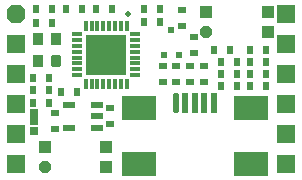
<source format=gts>
G04 Layer_Color=8388736*
%FSLAX44Y44*%
%MOMM*%
G71*
G01*
G75*
%ADD10R,0.9000X1.0000*%
G04:AMPARAMS|DCode=11|XSize=1mm|YSize=0.9mm|CornerRadius=0.225mm|HoleSize=0mm|Usage=FLASHONLY|Rotation=90.000|XOffset=0mm|YOffset=0mm|HoleType=Round|Shape=RoundedRectangle|*
%AMROUNDEDRECTD11*
21,1,1.0000,0.4500,0,0,90.0*
21,1,0.5500,0.9000,0,0,90.0*
1,1,0.4500,0.2250,0.2750*
1,1,0.4500,0.2250,-0.2750*
1,1,0.4500,-0.2250,-0.2750*
1,1,0.4500,-0.2250,0.2750*
%
%ADD11ROUNDEDRECTD11*%
%ADD12R,0.8000X0.7000*%
%ADD13R,0.8000X1.3500*%
%ADD14R,0.8000X0.6000*%
%ADD15R,3.0000X2.0000*%
G04:AMPARAMS|DCode=16|XSize=0.5mm|YSize=1.7mm|CornerRadius=0mm|HoleSize=0mm|Usage=FLASHONLY|Rotation=180.000|XOffset=0mm|YOffset=0mm|HoleType=Round|Shape=Octagon|*
%AMOCTAGOND16*
4,1,8,0.1250,-0.8500,-0.1250,-0.8500,-0.2500,-0.7250,-0.2500,0.7250,-0.1250,0.8500,0.1250,0.8500,0.2500,0.7250,0.2500,-0.7250,0.1250,-0.8500,0.0*
%
%ADD16OCTAGOND16*%

%ADD17R,0.5000X1.7000*%
%ADD18R,1.0000X1.0000*%
G04:AMPARAMS|DCode=19|XSize=1mm|YSize=1mm|CornerRadius=0mm|HoleSize=0mm|Usage=FLASHONLY|Rotation=90.000|XOffset=0mm|YOffset=0mm|HoleType=Round|Shape=Octagon|*
%AMOCTAGOND19*
4,1,8,0.2500,0.5000,-0.2500,0.5000,-0.5000,0.2500,-0.5000,-0.2500,-0.2500,-0.5000,0.2500,-0.5000,0.5000,-0.2500,0.5000,0.2500,0.2500,0.5000,0.0*
%
%ADD19OCTAGOND19*%

%ADD20R,0.6000X0.8000*%
%ADD21R,1.0000X0.6000*%
%ADD22R,3.4000X3.4000*%
G04:AMPARAMS|DCode=23|XSize=0.3mm|YSize=0.9mm|CornerRadius=0.075mm|HoleSize=0mm|Usage=FLASHONLY|Rotation=0.000|XOffset=0mm|YOffset=0mm|HoleType=Round|Shape=RoundedRectangle|*
%AMROUNDEDRECTD23*
21,1,0.3000,0.7500,0,0,0.0*
21,1,0.1500,0.9000,0,0,0.0*
1,1,0.1500,0.0750,-0.3750*
1,1,0.1500,-0.0750,-0.3750*
1,1,0.1500,-0.0750,0.3750*
1,1,0.1500,0.0750,0.3750*
%
%ADD23ROUNDEDRECTD23*%
G04:AMPARAMS|DCode=24|XSize=0.3mm|YSize=0.9mm|CornerRadius=0.075mm|HoleSize=0mm|Usage=FLASHONLY|Rotation=270.000|XOffset=0mm|YOffset=0mm|HoleType=Round|Shape=RoundedRectangle|*
%AMROUNDEDRECTD24*
21,1,0.3000,0.7500,0,0,270.0*
21,1,0.1500,0.9000,0,0,270.0*
1,1,0.1500,-0.3750,-0.0750*
1,1,0.1500,-0.3750,0.0750*
1,1,0.1500,0.3750,0.0750*
1,1,0.1500,0.3750,-0.0750*
%
%ADD24ROUNDEDRECTD24*%
%ADD25R,0.5000X0.5000*%
G04:AMPARAMS|DCode=28|XSize=1.5mm|YSize=1.5mm|CornerRadius=0mm|HoleSize=0mm|Usage=FLASHONLY|Rotation=180.000|XOffset=0mm|YOffset=0mm|HoleType=Round|Shape=Octagon|*
%AMOCTAGOND28*
4,1,8,-0.7500,0.3750,-0.7500,-0.3750,-0.3750,-0.7500,0.3750,-0.7500,0.7500,-0.3750,0.7500,0.3750,0.3750,0.7500,-0.3750,0.7500,-0.7500,0.3750,0.0*
%
%ADD28OCTAGOND28*%

%ADD29R,1.5000X1.5000*%
%ADD30C,0.5000*%
D10*
X18250Y87750D02*
D03*
Y106250D02*
D03*
X33750D02*
D03*
D11*
Y87750D02*
D03*
D12*
X15000Y28125D02*
D03*
D13*
Y39875D02*
D03*
D14*
X140750Y117396D02*
D03*
Y130858D02*
D03*
X135700Y69646D02*
D03*
Y83108D02*
D03*
X33000Y29892D02*
D03*
Y43354D02*
D03*
X79700Y47608D02*
D03*
Y34146D02*
D03*
X150250Y107854D02*
D03*
Y94392D02*
D03*
X147250Y69646D02*
D03*
Y83108D02*
D03*
X158750Y69642D02*
D03*
Y83104D02*
D03*
X124500Y69642D02*
D03*
Y83104D02*
D03*
D15*
X103900Y500D02*
D03*
X198600D02*
D03*
Y48000D02*
D03*
X103900D02*
D03*
D16*
X135250Y52000D02*
D03*
D17*
X143250D02*
D03*
X151250D02*
D03*
X159250D02*
D03*
X167250D02*
D03*
D18*
X213000Y112250D02*
D03*
Y129250D02*
D03*
X161000D02*
D03*
X24250Y15000D02*
D03*
X76250D02*
D03*
Y-2000D02*
D03*
D19*
X161000Y112250D02*
D03*
X24250Y-2000D02*
D03*
D20*
X27604Y52250D02*
D03*
X14142D02*
D03*
X14096Y62750D02*
D03*
X27558D02*
D03*
X198346Y86500D02*
D03*
X211808D02*
D03*
X198396Y76500D02*
D03*
X211858D02*
D03*
X186803Y86499D02*
D03*
X173341D02*
D03*
Y76499D02*
D03*
X186803D02*
D03*
X121854Y120250D02*
D03*
X108392D02*
D03*
X121804Y132000D02*
D03*
X108342D02*
D03*
X198396Y66250D02*
D03*
X211858D02*
D03*
X42646Y131750D02*
D03*
X56108D02*
D03*
X173391Y66249D02*
D03*
X186853D02*
D03*
X14142Y73500D02*
D03*
X27604D02*
D03*
X30608Y119500D02*
D03*
X17146D02*
D03*
X51858Y61000D02*
D03*
X38396D02*
D03*
X67892Y131750D02*
D03*
X81354D02*
D03*
X16946Y131650D02*
D03*
X30408D02*
D03*
X181354Y96750D02*
D03*
X167892D02*
D03*
X198396D02*
D03*
X211858D02*
D03*
D21*
X44750Y50250D02*
D03*
X68750D02*
D03*
Y40750D02*
D03*
Y31250D02*
D03*
X44750D02*
D03*
D22*
X76450Y93000D02*
D03*
D23*
X58950Y117500D02*
D03*
X63950D02*
D03*
X68950D02*
D03*
X73950D02*
D03*
X78950D02*
D03*
X83950D02*
D03*
X88950D02*
D03*
X93950D02*
D03*
Y68500D02*
D03*
X88950D02*
D03*
X83950D02*
D03*
X78950D02*
D03*
X73950D02*
D03*
X68950D02*
D03*
X63950D02*
D03*
X58950D02*
D03*
D24*
X100950Y110500D02*
D03*
Y105500D02*
D03*
Y100500D02*
D03*
Y95500D02*
D03*
Y90500D02*
D03*
Y85500D02*
D03*
Y80500D02*
D03*
Y75500D02*
D03*
X51950D02*
D03*
Y80500D02*
D03*
Y85500D02*
D03*
Y90500D02*
D03*
Y95500D02*
D03*
Y100500D02*
D03*
Y105500D02*
D03*
Y110500D02*
D03*
D25*
X137854Y92578D02*
D03*
X124900D02*
D03*
X131250Y113660D02*
D03*
D28*
X0Y127000D02*
D03*
D29*
Y101600D02*
D03*
Y76200D02*
D03*
Y50800D02*
D03*
Y25400D02*
D03*
Y0D02*
D03*
X228600D02*
D03*
Y25400D02*
D03*
Y50800D02*
D03*
Y76200D02*
D03*
Y101600D02*
D03*
Y127000D02*
D03*
D30*
X95000Y127250D02*
D03*
M02*

</source>
